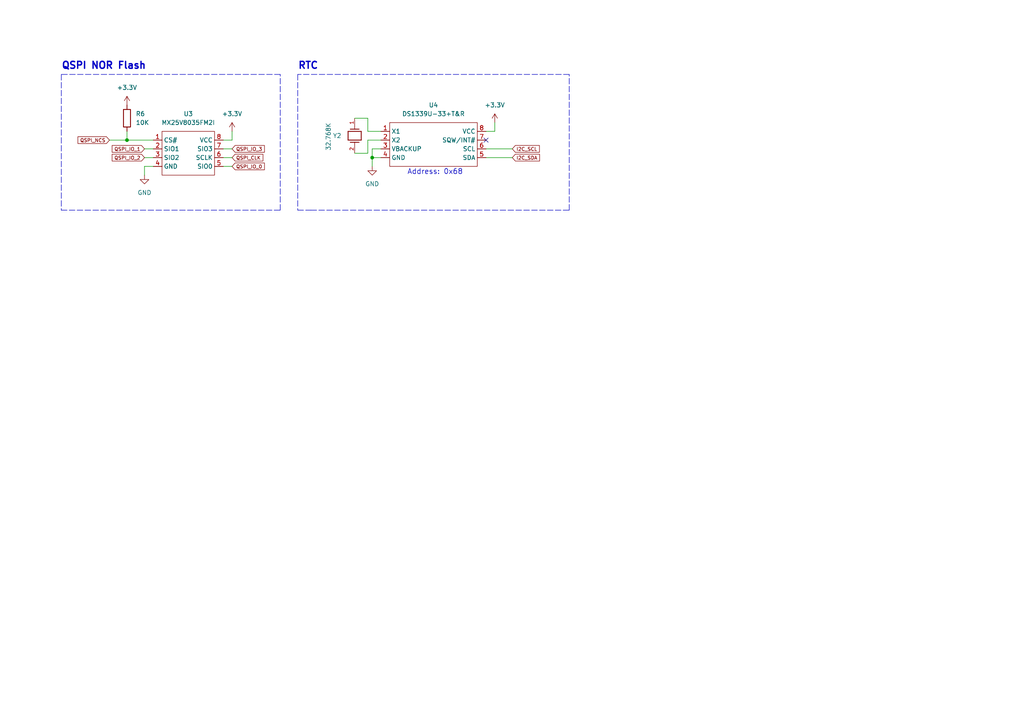
<source format=kicad_sch>
(kicad_sch (version 20211123) (generator eeschema)
  (paper "A4")
  (lib_symbols
    (symbol "Crystals:NX3215SA-32.768K-STD-MUA-14" (pin_names (offset 1.016))
      (property "Reference" "Y" (at -2.54 2.54 0))
      (property "Value" "NX3215SA-32.768K-STD-MUA-14" (at -2.54 -4.445 0))
      (symbol "NX3215SA-32.768K-STD-MUA-14_0_0"
        (polyline (pts (xy -2.54 0) (xy -1.905 0)) (stroke (width 0.1524)))
        (polyline (pts (xy -1.905 0) (xy -1.905 -1.27)) (stroke (width 0.254)))
        (polyline (pts (xy -1.905 1.27) (xy -1.905 0)) (stroke (width 0.254)))
        (polyline (pts (xy -1.27 -1.905) (xy -1.27 1.905)) (stroke (width 0.254)))
        (polyline (pts (xy -1.27 1.905) (xy 1.27 1.905)) (stroke (width 0.254)))
        (polyline (pts (xy 1.27 -1.905) (xy -1.27 -1.905)) (stroke (width 0.254)))
        (polyline (pts (xy 1.27 1.905) (xy 1.27 -1.905)) (stroke (width 0.254)))
        (polyline (pts (xy 1.905 0) (xy 1.905 -1.27)) (stroke (width 0.254)))
        (polyline (pts (xy 1.905 1.27) (xy 1.905 0)) (stroke (width 0.254)))
        (polyline (pts (xy 2.54 0) (xy 1.905 0)) (stroke (width 0.1524)))
        (pin passive line (at -5.08 0 0) (length 2.54) (name "~") (number "1"))
        (pin passive line (at 5.08 0 180) (length 2.54) (name "~") (number "2"))
      )
    )
    (symbol "Device:R" (pin_numbers hide) (pin_names (offset 0))
      (property "Reference" "R" (at 2.032 0 90))
      (property "Value" "R" (at 0 0 90))
      (symbol "R_0_1"
        (rectangle (start -1.016 -2.54) (end 1.016 2.54) (stroke (width 0.254)))
      )
      (symbol "R_1_1"
        (pin passive line (at 0 3.81 270) (length 1.27) (name "~") (number "1"))
        (pin passive line (at 0 -3.81 90) (length 1.27) (name "~") (number "2"))
      )
    )
    (symbol "Flash:MX25V8035FM2I"
      (property "Reference" "U" (at 0 3.81 0))
      (property "Value" "MX25V8035FM2I" (at 0 -11.43 0))
      (symbol "MX25V8035FM2I_0_1"
        (rectangle (start -7.62 2.54) (end 7.62 -10.16))
      )
      (symbol "MX25V8035FM2I_1_1"
        (pin input line (at -10.16 0 0) (length 2.54) (name "CS#") (number "1"))
        (pin bidirectional line (at -10.16 -2.54 0) (length 2.54) (name "SIO1") (number "2"))
        (pin bidirectional line (at -10.16 -5.08 0) (length 2.54) (name "SIO2") (number "3"))
        (pin power_in line (at -10.16 -7.62 0) (length 2.54) (name "GND") (number "4"))
        (pin bidirectional line (at 10.16 -7.62 180) (length 2.54) (name "SIO0") (number "5"))
        (pin input line (at 10.16 -5.08 180) (length 2.54) (name "SCLK") (number "6"))
        (pin bidirectional line (at 10.16 -2.54 180) (length 2.54) (name "SIO3") (number "7"))
        (pin power_in line (at 10.16 0 180) (length 2.54) (name "VCC") (number "8"))
      )
    )
    (symbol "RTC:DS1339U-33+T&R"
      (property "Reference" "U" (at 0 8.89 0))
      (property "Value" "DS1339U-33+T&R" (at 0 -8.89 0))
      (symbol "DS1339U-33+T&R_0_1"
        (rectangle (start -12.7 6.35) (end 12.7 -6.35))
      )
      (symbol "DS1339U-33+T&R_1_1"
        (pin passive line (at -15.24 3.81 0) (length 2.54) (name "X1") (number "1"))
        (pin passive line (at -15.24 1.27 0) (length 2.54) (name "X2") (number "2"))
        (pin passive line (at -15.24 -1.27 0) (length 2.54) (name "VBACKUP") (number "3"))
        (pin power_in line (at -15.24 -3.81 0) (length 2.54) (name "GND") (number "4"))
        (pin passive line (at 15.24 -3.81 180) (length 2.54) (name "SDA") (number "5"))
        (pin passive line (at 15.24 -1.27 180) (length 2.54) (name "SCL") (number "6"))
        (pin passive line (at 15.24 1.27 180) (length 2.54) (name "SQW/INT#") (number "7"))
        (pin power_in line (at 15.24 3.81 180) (length 2.54) (name "VCC") (number "8"))
      )
    )
    (symbol "power:+3.3V" (power) (pin_names (offset 0))
      (property "Value" "+3.3V" (at 0 3.556 0))
      (symbol "+3.3V_0_1"
        (polyline (pts (xy -0.762 1.27) (xy 0 2.54)))
        (polyline (pts (xy 0 0) (xy 0 2.54)))
        (polyline (pts (xy 0 2.54) (xy 0.762 1.27)))
      )
      (symbol "+3.3V_1_1"
        (pin power_in line (at 0 0 90) (length 0) hide (name "+3.3V") (number "1"))
      )
    )
    (symbol "power:GND" (power) (pin_names (offset 0))
      (property "Value" "GND" (at 0 -3.81 0))
      (symbol "GND_0_1"
        (polyline (pts (xy 0 0) (xy 0 -1.27) (xy 1.27 -1.27) (xy 0 -2.54) (xy -1.27 -1.27) (xy 0 -1.27)))
      )
      (symbol "GND_1_1"
        (pin power_in line (at 0 0 270) (length 0) hide (name "GND") (number "1"))
      )
    )
  )
  (junction (at 107.95 45.72))
  (junction (at 36.83 40.64))
  (no_connect (at 140.97 40.64))
  (wire (pts (xy 102.87 44.45) (xy 106.68 44.45)))
  (polyline (pts (xy 86.36 60.96) (xy 90.17 60.96)))
  (wire (pts (xy 106.68 40.64) (xy 110.49 40.64)))
  (wire (pts (xy 106.68 38.1) (xy 110.49 38.1)))
  (wire (pts (xy 106.68 40.64) (xy 106.68 44.45)))
  (wire (pts (xy 41.91 43.18) (xy 44.45 43.18)))
  (wire (pts (xy 107.95 43.18) (xy 107.95 45.72)))
  (wire (pts (xy 110.49 43.18) (xy 107.95 43.18)))
  (polyline (pts (xy 165.1 60.96) (xy 165.1 21.59)))
  (wire (pts (xy 41.91 48.26) (xy 41.91 50.8)))
  (wire (pts (xy 102.87 34.29) (xy 106.68 34.29)))
  (wire (pts (xy 36.83 38.1) (xy 36.83 40.64)))
  (polyline (pts (xy 17.78 21.59) (xy 17.78 60.96)))
  (polyline (pts (xy 81.28 60.96) (xy 81.28 21.59)))
  (wire (pts (xy 106.68 34.29) (xy 106.68 38.1)))
  (wire (pts (xy 64.77 45.72) (xy 67.31 45.72)))
  (wire (pts (xy 67.31 40.64) (xy 64.77 40.64)))
  (wire (pts (xy 36.83 40.64) (xy 44.45 40.64)))
  (wire (pts (xy 143.51 35.56) (xy 143.51 38.1)))
  (wire (pts (xy 44.45 48.26) (xy 41.91 48.26)))
  (wire (pts (xy 41.91 45.72) (xy 44.45 45.72)))
  (wire (pts (xy 140.97 45.72) (xy 148.59 45.72)))
  (wire (pts (xy 107.95 48.26) (xy 107.95 45.72)))
  (polyline (pts (xy 86.36 21.59) (xy 86.36 60.96)))
  (wire (pts (xy 140.97 43.18) (xy 148.59 43.18)))
  (polyline (pts (xy 17.78 60.96) (xy 81.28 60.96)))
  (wire (pts (xy 31.75 40.64) (xy 36.83 40.64)))
  (wire (pts (xy 67.31 38.1) (xy 67.31 40.64)))
  (wire (pts (xy 107.95 45.72) (xy 110.49 45.72)))
  (polyline (pts (xy 90.17 60.96) (xy 165.1 60.96)))
  (polyline (pts (xy 165.1 21.59) (xy 86.36 21.59)))
  (wire (pts (xy 143.51 38.1) (xy 140.97 38.1)))
  (polyline (pts (xy 81.28 21.59) (xy 17.78 21.59)))
  (wire (pts (xy 64.77 43.18) (xy 67.31 43.18)))
  (wire (pts (xy 64.77 48.26) (xy 67.31 48.26)))
  (text "Address: 0x68" (at 118.11 50.8 0) (effects (font (size 1.5 1.5)) (justify left bottom)))
  (text "RTC" (at 86.36 20.32 0) (effects (font (size 2 2) (thickness 0.4) bold) (justify left bottom)))
  (text "QSPI NOR Flash" (at 17.78 20.32 0) (effects (font (size 2 2) (thickness 0.4) bold) (justify left bottom)))
  (global_label "QSPI_CLK" (shape input) (at 67.31 45.72 0) (effects (font (size 1 1))) (property "Intersheet References" "${INTERSHEET_REFS}" (effects hide)))
  (global_label "QSPI_IO_2" (shape input) (at 41.91 45.72 180) (effects (font (size 1 1))) (property "Intersheet References" "${INTERSHEET_REFS}" (effects hide)))
  (global_label "I2C_SDA" (shape input) (at 148.59 45.72 0) (effects (font (size 1 1))) (property "Intersheet References" "${INTERSHEET_REFS}" (effects hide)))
  (global_label "I2C_SCL" (shape input) (at 148.59 43.18 0) (effects (font (size 1 1))) (property "Intersheet References" "${INTERSHEET_REFS}" (effects hide)))
  (global_label "QSPI_IO_0" (shape input) (at 67.31 48.26 0) (effects (font (size 1 1))) (property "Intersheet References" "${INTERSHEET_REFS}" (effects hide)))
  (global_label "QSPI_NCS" (shape input) (at 31.75 40.64 180) (effects (font (size 1 1))) (property "Intersheet References" "${INTERSHEET_REFS}" (effects hide)))
  (global_label "QSPI_IO_3" (shape input) (at 67.31 43.18 0) (effects (font (size 1 1))) (property "Intersheet References" "${INTERSHEET_REFS}" (effects hide)))
  (global_label "QSPI_IO_1" (shape input) (at 41.91 43.18 180) (effects (font (size 1 1))) (property "Intersheet References" "${INTERSHEET_REFS}" (effects hide)))
  (symbol (lib_id "power:GND") (at 41.91 50.8 0) (unit 1)
    (property "Reference" "#PWR031" (effects hide))
    (property "Value" "GND" (at 41.91 55.88 0))
  )
  (symbol (lib_id "Crystals:NX3215SA-32.768K-STD-MUA-14") (at 102.87 39.37 270) (unit 1)
    (property "Reference" "Y2" (at 96.52 39.37 90) (effects (justify left)))
    (property "Value" "32.768K" (at 95.25 35.56 0) (effects (justify left)))
    (property "Footprint" "Crystals:XTAL_NX3215SA-32.768K-STD-MUA-14" (effects hide))
    (property "Datasheet" "https://datasheet.lcsc.com/lcsc/1810171130_NDK-NX3215SA-32-768K-STD-MUA-14_C156244.pdf" (effects hide))
    (property "PARTREV" "--" (effects hide))
    (property "DESCRIPTION" "32.768kHz ±20ppm Crystal 6pF 70 kOhms 2-SMD, No Lead" (effects hide))
    (property "MANUFACTURER" "NIHON DEMPA KOGYO" (effects hide))
    (property "MP" "NX3215SA-32.768K-STD-MUA-14" (effects hide))
    (property "STANDARD" "Manufacturer recommendations" (effects hide))
    (property "Part" "https://jlcpcb.com/partdetail/Ndk-NX3215SA_32_768K_STD_MUA14/C156244" (effects hide))
  )
  (symbol (lib_id "power:+3.3V") (at 36.83 30.48 0) (unit 1)
    (property "Reference" "#PWR030" (effects hide))
    (property "Value" "+3.3V" (at 36.83 25.4 0))
  )
  (symbol (lib_id "Flash:MX25V8035FM2I") (at 54.61 40.64 0) (unit 1)
    (property "Reference" "U3" (at 54.61 33.02 0))
    (property "Value" "MX25V8035FM2I" (at 54.61 35.56 0))
    (property "Footprint" "SOP:SOIC127P790X216-8N" (effects hide))
    (property "Datasheet" "https://datasheet.lcsc.com/lcsc/2108141930_MXIC-Macronix-MX25V8035FM2I_C2803052.pdf" (effects hide))
  )
  (symbol (lib_id "Device:R") (at 36.83 34.29 0) (unit 1)
    (property "Reference" "R6" (at 39.37 33.0199 0) (effects (justify left)))
    (property "Value" "10K" (at 39.37 35.5599 0) (effects (justify left)))
    (property "Footprint" "Resistor_SMD:R_0603_1608Metric" (effects hide))
  )
  (symbol (lib_id "power:GND") (at 107.95 48.26 0) (unit 1)
    (property "Reference" "#PWR033" (effects hide))
    (property "Value" "GND" (at 107.95 53.34 0))
  )
  (symbol (lib_id "power:+3.3V") (at 143.51 35.56 0) (unit 1)
    (property "Reference" "#PWR034" (effects hide))
    (property "Value" "+3.3V" (at 143.51 30.48 0))
  )
  (symbol (lib_id "RTC:DS1339U-33+T&R") (at 125.73 41.91 0) (unit 1)
    (property "Reference" "U4" (at 125.73 30.48 0))
    (property "Value" "DS1339U-33+T&R" (at 125.73 33.02 0))
    (property "Footprint" "MSOP:21-0036K" (effects hide))
    (property "Datasheet" "https://datasheet.lcsc.com/lcsc/1811081821_Maxim-Integrated-DS1339U-33-T-R_C98455.pdf" (effects hide))
    (property "Part" "https://jlcpcb.com/partdetail/MaximIntegrated-DS1339U_33_TR/C98455" (effects hide))
  )
  (symbol (lib_id "power:+3.3V") (at 67.31 38.1 0) (unit 1)
    (property "Reference" "#PWR032" (effects hide))
    (property "Value" "+3.3V" (at 67.31 33.02 0))
  )
)
</source>
